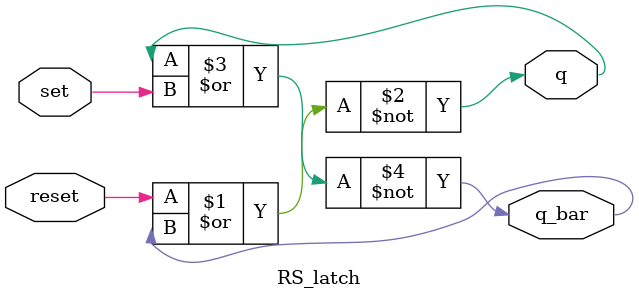
<source format=v>
module RS_latch(q, q_bar, reset, set);
	output q, q_bar;
	input reset, set;
	
	nor #(1) n1(q, reset, q_bar);
	nor #(1) n2(q_bar, q, set);
endmodule

</source>
